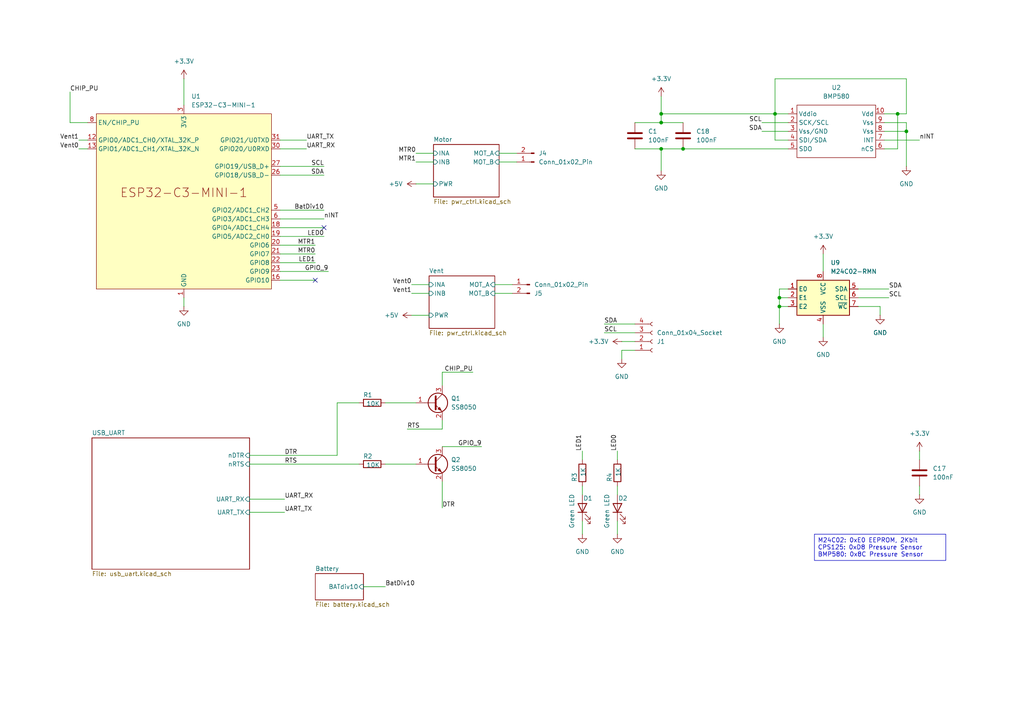
<source format=kicad_sch>
(kicad_sch (version 20250114) (generator "eeschema") (generator_version "9.0")
  (paper "A4")
  (lib_symbols
    (symbol "Connector:Conn_01x02_Pin" (pin_names (offset 1.016) (hide yes))
      (property "Reference" "J" (at 0 2.54 0))
      (property "Value" "Conn_01x02_Pin" (at 0 -5.08 0))
      (symbol "Conn_01x02_Pin_1_1"
        (rectangle (start 0.8636 0.127) (end 0 -0.127) (stroke (width 0.1524)) (fill (type outline)))
        (rectangle (start 0.8636 -2.413) (end 0 -2.667) (stroke (width 0.1524)) (fill (type outline)))
        (polyline (pts (xy 1.27 0) (xy 0.8636 0)) (stroke (width 0.1524)))
        (polyline (pts (xy 1.27 -2.54) (xy 0.8636 -2.54)) (stroke (width 0.1524)))
        (pin passive line (at 5.08 0 180) (length 3.81) (name "Pin_1") (number "1"))
        (pin passive line (at 5.08 -2.54 180) (length 3.81) (name "Pin_2") (number "2"))
      )
    )
    (symbol "Connector:Conn_01x04_Socket" (pin_names (offset 1.016) (hide yes))
      (property "Reference" "J" (at 0 5.08 0))
      (property "Value" "Conn_01x04_Socket" (at 0 -7.62 0))
      (symbol "Conn_01x04_Socket_1_1"
        (polyline (pts (xy -1.27 2.54) (xy -0.508 2.54)) (stroke (width 0.1524)))
        (polyline (pts (xy -1.27 0) (xy -0.508 0)) (stroke (width 0.1524)))
        (polyline (pts (xy -1.27 -2.54) (xy -0.508 -2.54)) (stroke (width 0.1524)))
        (polyline (pts (xy -1.27 -5.08) (xy -0.508 -5.08)) (stroke (width 0.1524)))
        (arc (start 0 2.032) (mid -0.5058 2.54) (end 0 3.048) (stroke (width 0.1524)))
        (arc (start 0 -0.508) (mid -0.5058 0) (end 0 0.508) (stroke (width 0.1524)))
        (arc (start 0 -3.048) (mid -0.5058 -2.54) (end 0 -2.032) (stroke (width 0.1524)))
        (arc (start 0 -5.588) (mid -0.5058 -5.08) (end 0 -4.572) (stroke (width 0.1524)))
        (pin passive line (at -5.08 2.54 0) (length 3.81) (name "Pin_1") (number "1"))
        (pin passive line (at -5.08 0 0) (length 3.81) (name "Pin_2") (number "2"))
        (pin passive line (at -5.08 -2.54 0) (length 3.81) (name "Pin_3") (number "3"))
        (pin passive line (at -5.08 -5.08 0) (length 3.81) (name "Pin_4") (number "4"))
      )
    )
    (symbol "Device:C" (pin_numbers (hide yes)) (pin_names (offset 0.254))
      (property "Reference" "C" (at 0.635 2.54 0))
      (property "Value" "C" (at 0.635 -2.54 0))
      (symbol "C_0_1"
        (polyline (pts (xy -2.032 0.762) (xy 2.032 0.762)) (stroke (width 0.508)))
        (polyline (pts (xy -2.032 -0.762) (xy 2.032 -0.762)) (stroke (width 0.508)))
      )
      (symbol "C_1_1"
        (pin passive line (at 0 3.81 270) (length 2.794) (name "~") (number "1"))
        (pin passive line (at 0 -3.81 90) (length 2.794) (name "~") (number "2"))
      )
    )
    (symbol "Device:LED" (pin_numbers (hide yes)) (pin_names (offset 1.016) (hide yes))
      (property "Reference" "D" (at 0 2.54 0))
      (property "Value" "LED" (at 0 -2.54 0))
      (symbol "LED_0_1"
        (polyline (pts (xy -3.048 -0.762) (xy -4.572 -2.286) (xy -3.81 -2.286) (xy -4.572 -2.286) (xy -4.572 -1.524)))
        (polyline (pts (xy -1.778 -0.762) (xy -3.302 -2.286) (xy -2.54 -2.286) (xy -3.302 -2.286) (xy -3.302 -1.524)))
        (polyline (pts (xy -1.27 0) (xy 1.27 0)))
        (polyline (pts (xy -1.27 -1.27) (xy -1.27 1.27)) (stroke (width 0.254)))
        (polyline (pts (xy 1.27 -1.27) (xy 1.27 1.27) (xy -1.27 0) (xy 1.27 -1.27)) (stroke (width 0.254)))
      )
      (symbol "LED_1_1"
        (pin passive line (at -3.81 0 0) (length 2.54) (name "K") (number "1"))
        (pin passive line (at 3.81 0 180) (length 2.54) (name "A") (number "2"))
      )
    )
    (symbol "Device:R" (pin_numbers (hide yes)) (pin_names (offset 0))
      (property "Reference" "R" (at 2.032 0 90))
      (property "Value" "R" (at 0 0 90))
      (symbol "R_0_1"
        (rectangle (start -1.016 -2.54) (end 1.016 2.54) (stroke (width 0.254)))
      )
      (symbol "R_1_1"
        (pin passive line (at 0 3.81 270) (length 1.27) (name "~") (number "1"))
        (pin passive line (at 0 -3.81 90) (length 1.27) (name "~") (number "2"))
      )
    )
    (symbol "Memory_EEPROM:M24C02-RMN"
      (property "Reference" "U" (at -6.35 6.35 0))
      (property "Value" "M24C02-RMN" (at 7.62 6.35 0))
      (symbol "M24C02-RMN_0_1"
        (rectangle (start -7.62 5.08) (end 7.62 -5.08) (stroke (width 0.254)) (fill (type background)))
      )
      (symbol "M24C02-RMN_1_1"
        (pin input line (at -10.16 2.54 0) (length 2.54) (name "E0") (number "1"))
        (pin input line (at -10.16 0 0) (length 2.54) (name "E1") (number "2"))
        (pin input line (at -10.16 -2.54 0) (length 2.54) (name "E2") (number "3"))
        (pin power_in line (at 0 7.62 270) (length 2.54) (name "VCC") (number "8"))
        (pin power_in line (at 0 -7.62 90) (length 2.54) (name "VSS") (number "4"))
        (pin bidirectional line (at 10.16 2.54 180) (length 2.54) (name "SDA") (number "5"))
        (pin input line (at 10.16 0 180) (length 2.54) (name "SCL") (number "6"))
        (pin input line (at 10.16 -2.54 180) (length 2.54) (name "~{WC}") (number "7"))
      )
    )
    (symbol "PCM_Espressif:ESP32-C3-MINI-1"
      (property "Reference" "U" (at -25.4 30.48 0))
      (property "Value" "ESP32-C3-MINI-1" (at -25.4 27.94 0))
      (symbol "ESP32-C3-MINI-1_0_0"
        (text "ESP32-C3-MINI-1" (at 0 2.54 0) (effects (font (size 2.54 2.54))))
      )
      (symbol "ESP32-C3-MINI-1_0_1"
        (rectangle (start -25.4 25.4) (end 25.4 -25.4) (fill (type background)))
      )
      (symbol "ESP32-C3-MINI-1_1_1"
        (pin input line (at -27.94 22.86 0) (length 2.54) (name "EN/CHIP_PU") (number "8"))
        (pin bidirectional line (at -27.94 17.78 0) (length 2.54) (name "GPIO0/ADC1_CH0/XTAL_32K_P") (number "12"))
        (pin bidirectional line (at -27.94 15.24 0) (length 2.54) (name "GPIO1/ADC1_CH1/XTAL_32K_N") (number "13"))
        (pin no_connect line (at -25.4 10.16 0) (length 2.54) (hide yes) (name "NC") (number "4"))
        (pin no_connect line (at -25.4 7.62 0) (length 2.54) (hide yes) (name "NC") (number "7"))
        (pin no_connect line (at -25.4 5.08 0) (length 2.54) (hide yes) (name "NC") (number "9"))
        (pin no_connect line (at -25.4 2.54 0) (length 2.54) (hide yes) (name "NC") (number "10"))
        (pin no_connect line (at -25.4 0 0) (length 2.54) (hide yes) (name "NC") (number "15"))
        (pin no_connect line (at -25.4 -2.54 0) (length 2.54) (hide yes) (name "NC") (number "17"))
        (pin no_connect line (at -25.4 -5.08 0) (length 2.54) (hide yes) (name "NC") (number "24"))
        (pin no_connect line (at -25.4 -7.62 0) (length 2.54) (hide yes) (name "NC") (number "25"))
        (pin no_connect line (at -25.4 -10.16 0) (length 2.54) (hide yes) (name "NC") (number "28"))
        (pin no_connect line (at -25.4 -12.7 0) (length 2.54) (hide yes) (name "NC") (number "29"))
        (pin no_connect line (at -25.4 -15.24 0) (length 2.54) (hide yes) (name "NC") (number "32"))
        (pin no_connect line (at -25.4 -17.78 0) (length 2.54) (hide yes) (name "NC") (number "33"))
        (pin no_connect line (at -25.4 -20.32 0) (length 2.54) (hide yes) (name "NC") (number "34"))
        (pin no_connect line (at -25.4 -22.86 0) (length 2.54) (hide yes) (name "NC") (number "35"))
        (pin power_in line (at 0 27.94 270) (length 2.54) (name "3V3") (number "3"))
        (pin power_in line (at 0 -27.94 90) (length 2.54) (name "GND") (number "1"))
        (pin passive line (at 0 -27.94 90) (length 2.54) (hide yes) (name "GND") (number "11"))
        (pin passive line (at 0 -27.94 90) (length 2.54) (hide yes) (name "GND") (number "14"))
        (pin passive line (at 0 -27.94 90) (length 2.54) (hide yes) (name "GND") (number "2"))
        (pin passive line (at 0 -27.94 90) (length 2.54) (hide yes) (name "GND") (number "36"))
        (pin passive line (at 0 -27.94 90) (length 2.54) (hide yes) (name "GND") (number "37"))
        (pin passive line (at 0 -27.94 90) (length 2.54) (hide yes) (name "GND") (number "38"))
        (pin passive line (at 0 -27.94 90) (length 2.54) (hide yes) (name "GND") (number "39"))
        (pin passive line (at 0 -27.94 90) (length 2.54) (hide yes) (name "GND") (number "40"))
        (pin passive line (at 0 -27.94 90) (length 2.54) (hide yes) (name "GND") (number "41"))
        (pin passive line (at 0 -27.94 90) (length 2.54) (hide yes) (name "GND") (number "42"))
        (pin passive line (at 0 -27.94 90) (length 2.54) (hide yes) (name "GND") (number "43"))
        (pin passive line (at 0 -27.94 90) (length 2.54) (hide yes) (name "GND") (number "44"))
        (pin passive line (at 0 -27.94 90) (length 2.54) (hide yes) (name "GND") (number "45"))
        (pin passive line (at 0 -27.94 90) (length 2.54) (hide yes) (name "GND") (number "46"))
        (pin passive line (at 0 -27.94 90) (length 2.54) (hide yes) (name "GND") (number "47"))
        (pin passive line (at 0 -27.94 90) (length 2.54) (hide yes) (name "GND") (number "48"))
        (pin passive line (at 0 -27.94 90) (length 2.54) (hide yes) (name "GND") (number "49"))
        (pin passive line (at 0 -27.94 90) (length 2.54) (hide yes) (name "GND") (number "50"))
        (pin passive line (at 0 -27.94 90) (length 2.54) (hide yes) (name "GND") (number "51"))
        (pin passive line (at 0 -27.94 90) (length 2.54) (hide yes) (name "GND") (number "52"))
        (pin passive line (at 0 -27.94 90) (length 2.54) (hide yes) (name "GND") (number "53"))
        (pin bidirectional line (at 27.94 17.78 180) (length 2.54) (name "GPIO21/U0TXD") (number "31"))
        (pin bidirectional line (at 27.94 15.24 180) (length 2.54) (name "GPIO20/U0RXD") (number "30"))
        (pin bidirectional line (at 27.94 10.16 180) (length 2.54) (name "GPIO19/USB_D+") (number "27"))
        (pin bidirectional line (at 27.94 7.62 180) (length 2.54) (name "GPIO18/USB_D-") (number "26"))
        (pin bidirectional line (at 27.94 -2.54 180) (length 2.54) (name "GPIO2/ADC1_CH2") (number "5"))
        (pin bidirectional line (at 27.94 -5.08 180) (length 2.54) (name "GPIO3/ADC1_CH3") (number "6"))
        (pin bidirectional line (at 27.94 -7.62 180) (length 2.54) (name "GPIO4/ADC1_CH4") (number "18"))
        (pin bidirectional line (at 27.94 -10.16 180) (length 2.54) (name "GPIO5/ADC2_CH0") (number "19"))
        (pin bidirectional line (at 27.94 -12.7 180) (length 2.54) (name "GPIO6") (number "20"))
        (pin bidirectional line (at 27.94 -15.24 180) (length 2.54) (name "GPIO7") (number "21"))
        (pin bidirectional line (at 27.94 -17.78 180) (length 2.54) (name "GPIO8") (number "22"))
        (pin bidirectional line (at 27.94 -20.32 180) (length 2.54) (name "GPIO9") (number "23"))
        (pin bidirectional line (at 27.94 -22.86 180) (length 2.54) (name "GPIO10") (number "16"))
      )
    )
    (symbol "Transistor_BJT:SS8050" (pin_names (offset 0) (hide yes))
      (property "Reference" "Q" (at 5.08 1.905 0))
      (property "Value" "SS8050" (at 5.08 0 0))
      (symbol "SS8050_0_1"
        (polyline (pts (xy -2.54 0) (xy 0.635 0)))
        (polyline (pts (xy 0.635 1.905) (xy 0.635 -1.905)) (stroke (width 0.508)))
        (circle (center 1.27 0) (radius 2.8194) (stroke (width 0.254)))
      )
      (symbol "SS8050_1_1"
        (polyline (pts (xy 0.635 0.635) (xy 2.54 2.54)))
        (polyline (pts (xy 0.635 -0.635) (xy 2.54 -2.54)))
        (polyline (pts (xy 1.27 -1.778) (xy 1.778 -1.27) (xy 2.286 -2.286) (xy 1.27 -1.778)) (fill (type outline)))
        (pin input line (at -5.08 0 0) (length 2.54) (name "B") (number "1"))
        (pin passive line (at 2.54 5.08 270) (length 2.54) (name "C") (number "3"))
        (pin passive line (at 2.54 -5.08 90) (length 2.54) (name "E") (number "2"))
      )
    )
    (symbol "local:BMP580"
      (property "Reference" "U2" (at 0 12.7 0))
      (property "Value" "BMP580" (at 0 10.16 0))
      (symbol "BMP580_0_1"
        (rectangle (start -11.43 7.62) (end 11.43 -7.62))
      )
      (symbol "BMP580_1_1"
        (pin power_in line (at -13.97 5.08 0) (length 2.54) (name "Vddio") (number "1"))
        (pin input line (at -13.97 2.54 0) (length 2.54) (name "SCK/SCL") (number "2"))
        (pin power_in line (at -13.97 0 0) (length 2.54) (name "Vss/GND") (number "3"))
        (pin bidirectional line (at -13.97 -2.54 0) (length 2.54) (name "SDI/SDA") (number "4"))
        (pin bidirectional line (at -13.97 -5.08 0) (length 2.54) (name "SDO") (number "5"))
        (pin power_in line (at 13.97 5.08 180) (length 2.54) (name "Vdd") (number "10"))
        (pin power_in line (at 13.97 2.54 180) (length 2.54) (name "Vss") (number "9"))
        (pin power_in line (at 13.97 0 180) (length 2.54) (name "Vss") (number "8"))
        (pin output line (at 13.97 -2.54 180) (length 2.54) (name "INT") (number "7"))
        (pin input line (at 13.97 -5.08 180) (length 2.54) (name "nCS") (number "6"))
      )
    )
    (symbol "power:+3.3V" (power) (pin_numbers (hide yes)) (pin_names (offset 0) (hide yes))
      (property "Value" "+3.3V" (at 0 3.556 0))
      (symbol "+3.3V_0_1"
        (polyline (pts (xy -0.762 1.27) (xy 0 2.54)))
        (polyline (pts (xy 0 2.54) (xy 0.762 1.27)))
        (polyline (pts (xy 0 0) (xy 0 2.54)))
      )
      (symbol "+3.3V_1_1"
        (pin power_in line (at 0 0 90) (length 0) (name "~") (number "1"))
      )
    )
    (symbol "power:+5V" (power) (pin_numbers (hide yes)) (pin_names (offset 0) (hide yes))
      (property "Value" "+5V" (at 0 3.556 0))
      (symbol "+5V_0_1"
        (polyline (pts (xy -0.762 1.27) (xy 0 2.54)))
        (polyline (pts (xy 0 2.54) (xy 0.762 1.27)))
        (polyline (pts (xy 0 0) (xy 0 2.54)))
      )
      (symbol "+5V_1_1"
        (pin power_in line (at 0 0 90) (length 0) (name "~") (number "1"))
      )
    )
    (symbol "power:GND" (power) (pin_numbers (hide yes)) (pin_names (offset 0) (hide yes))
      (property "Value" "GND" (at 0 -3.81 0))
      (symbol "GND_0_1"
        (polyline (pts (xy 0 0) (xy 0 -1.27) (xy 1.27 -1.27) (xy 0 -2.54) (xy -1.27 -1.27) (xy 0 -1.27)))
      )
      (symbol "GND_1_1"
        (pin power_in line (at 0 0 270) (length 0) (name "~") (number "1"))
      )
    )
  )
  (text_box "M24C02: 0xE0 EEPROM, 2Kbit\nCPS125: 0xD8 Pressure Sensor\nBMP580: 0x8C Pressure Sensor" (at 236.22 154.94 0) (size 38.1 7.62) (margins 0.9525 0.9525 0.9525 0.9525) (effects (font (size 1.27 1.27)) (justify left top)))
  (junction (at 224.79 33.02))
  (junction (at 226.06 88.9))
  (junction (at 260.35 33.02))
  (junction (at 198.12 43.18))
  (junction (at 191.77 43.18))
  (junction (at 191.77 33.02))
  (junction (at 191.77 35.56))
  (junction (at 226.06 86.36))
  (junction (at 262.89 38.1))
  (no_connect (at 93.98 66.04))
  (no_connect (at 91.44 81.28))
  (wire (pts (xy 81.28 81.28) (xy 91.44 81.28)))
  (wire (pts (xy 120.65 53.34) (xy 125.73 53.34)))
  (wire (pts (xy 22.86 40.64) (xy 25.4 40.64)))
  (wire (pts (xy 248.92 86.36) (xy 257.81 86.36)))
  (wire (pts (xy 81.28 68.58) (xy 93.98 68.58)))
  (wire (pts (xy 25.4 35.56) (xy 20.32 35.56)))
  (wire (pts (xy 97.79 132.08) (xy 97.79 116.84)))
  (wire (pts (xy 72.39 132.08) (xy 97.79 132.08)))
  (wire (pts (xy 228.6 40.64) (xy 224.79 40.64)))
  (wire (pts (xy 22.86 43.18) (xy 25.4 43.18)))
  (wire (pts (xy 143.51 85.09) (xy 148.59 85.09)))
  (wire (pts (xy 105.41 170.18) (xy 111.76 170.18)))
  (wire (pts (xy 179.07 151.13) (xy 179.07 154.94)))
  (wire (pts (xy 81.28 63.5) (xy 93.98 63.5)))
  (wire (pts (xy 81.28 76.2) (xy 91.44 76.2)))
  (wire (pts (xy 198.12 43.18) (xy 228.6 43.18)))
  (wire (pts (xy 81.28 50.8) (xy 93.98 50.8)))
  (wire (pts (xy 175.26 93.98) (xy 184.15 93.98)))
  (wire (pts (xy 72.39 144.78) (xy 82.55 144.78)))
  (wire (pts (xy 224.79 22.86) (xy 224.79 33.02)))
  (wire (pts (xy 226.06 83.82) (xy 226.06 86.36)))
  (wire (pts (xy 175.26 96.52) (xy 184.15 96.52)))
  (wire (pts (xy 120.65 46.99) (xy 125.73 46.99)))
  (wire (pts (xy 262.89 33.02) (xy 262.89 22.86)))
  (wire (pts (xy 248.92 88.9) (xy 255.27 88.9)))
  (wire (pts (xy 81.28 60.96) (xy 93.98 60.96)))
  (wire (pts (xy 256.54 33.02) (xy 260.35 33.02)))
  (wire (pts (xy 184.15 43.18) (xy 191.77 43.18)))
  (wire (pts (xy 238.76 73.66) (xy 238.76 78.74)))
  (wire (pts (xy 260.35 33.02) (xy 262.89 33.02)))
  (wire (pts (xy 81.28 40.64) (xy 88.9 40.64)))
  (wire (pts (xy 228.6 83.82) (xy 226.06 83.82)))
  (wire (pts (xy 119.38 91.44) (xy 124.46 91.44)))
  (wire (pts (xy 262.89 38.1) (xy 262.89 48.26)))
  (wire (pts (xy 128.27 107.95) (xy 137.16 107.95)))
  (wire (pts (xy 120.65 44.45) (xy 125.73 44.45)))
  (wire (pts (xy 226.06 88.9) (xy 226.06 93.98)))
  (wire (pts (xy 262.89 22.86) (xy 224.79 22.86)))
  (wire (pts (xy 53.34 22.86) (xy 53.34 30.48)))
  (wire (pts (xy 168.91 151.13) (xy 168.91 154.94)))
  (wire (pts (xy 180.34 104.14) (xy 180.34 101.6)))
  (wire (pts (xy 128.27 139.7) (xy 128.27 147.32)))
  (wire (pts (xy 143.51 82.55) (xy 148.59 82.55)))
  (wire (pts (xy 119.38 85.09) (xy 124.46 85.09)))
  (wire (pts (xy 191.77 33.02) (xy 191.77 35.56)))
  (wire (pts (xy 256.54 35.56) (xy 262.89 35.56)))
  (wire (pts (xy 180.34 99.06) (xy 184.15 99.06)))
  (wire (pts (xy 179.07 130.81) (xy 179.07 133.35)))
  (wire (pts (xy 168.91 140.97) (xy 168.91 143.51)))
  (wire (pts (xy 256.54 40.64) (xy 266.7 40.64)))
  (wire (pts (xy 238.76 93.98) (xy 238.76 97.79)))
  (wire (pts (xy 81.28 66.04) (xy 93.98 66.04)))
  (wire (pts (xy 144.78 46.99) (xy 149.86 46.99)))
  (wire (pts (xy 226.06 88.9) (xy 228.6 88.9)))
  (wire (pts (xy 184.15 35.56) (xy 191.77 35.56)))
  (wire (pts (xy 97.79 116.84) (xy 104.14 116.84)))
  (wire (pts (xy 191.77 27.94) (xy 191.77 33.02)))
  (wire (pts (xy 168.91 130.81) (xy 168.91 133.35)))
  (wire (pts (xy 248.92 83.82) (xy 257.81 83.82)))
  (wire (pts (xy 260.35 43.18) (xy 260.35 33.02)))
  (wire (pts (xy 256.54 38.1) (xy 262.89 38.1)))
  (wire (pts (xy 144.78 44.45) (xy 149.86 44.45)))
  (wire (pts (xy 111.76 116.84) (xy 120.65 116.84)))
  (wire (pts (xy 81.28 71.12) (xy 91.44 71.12)))
  (wire (pts (xy 191.77 33.02) (xy 224.79 33.02)))
  (wire (pts (xy 266.7 140.97) (xy 266.7 143.51)))
  (wire (pts (xy 256.54 43.18) (xy 260.35 43.18)))
  (wire (pts (xy 191.77 43.18) (xy 198.12 43.18)))
  (wire (pts (xy 191.77 43.18) (xy 191.77 49.53)))
  (wire (pts (xy 226.06 86.36) (xy 228.6 86.36)))
  (wire (pts (xy 226.06 86.36) (xy 226.06 88.9)))
  (wire (pts (xy 266.7 130.81) (xy 266.7 133.35)))
  (wire (pts (xy 128.27 111.76) (xy 128.27 107.95)))
  (wire (pts (xy 20.32 26.67) (xy 20.32 35.56)))
  (wire (pts (xy 119.38 82.55) (xy 124.46 82.55)))
  (wire (pts (xy 228.6 35.56) (xy 220.98 35.56)))
  (wire (pts (xy 81.28 43.18) (xy 88.9 43.18)))
  (wire (pts (xy 191.77 35.56) (xy 198.12 35.56)))
  (wire (pts (xy 72.39 148.59) (xy 82.55 148.59)))
  (wire (pts (xy 81.28 78.74) (xy 95.25 78.74)))
  (wire (pts (xy 228.6 38.1) (xy 220.98 38.1)))
  (wire (pts (xy 72.39 134.62) (xy 104.14 134.62)))
  (wire (pts (xy 81.28 73.66) (xy 91.44 73.66)))
  (wire (pts (xy 53.34 86.36) (xy 53.34 88.9)))
  (wire (pts (xy 255.27 88.9) (xy 255.27 91.44)))
  (wire (pts (xy 111.76 134.62) (xy 120.65 134.62)))
  (wire (pts (xy 179.07 140.97) (xy 179.07 143.51)))
  (wire (pts (xy 118.11 124.46) (xy 128.27 124.46)))
  (wire (pts (xy 81.28 48.26) (xy 93.98 48.26)))
  (wire (pts (xy 224.79 33.02) (xy 224.79 40.64)))
  (wire (pts (xy 262.89 35.56) (xy 262.89 38.1)))
  (wire (pts (xy 224.79 33.02) (xy 228.6 33.02)))
  (wire (pts (xy 184.15 101.6) (xy 180.34 101.6)))
  (wire (pts (xy 128.27 121.92) (xy 128.27 124.46)))
  (wire (pts (xy 128.27 129.54) (xy 139.7 129.54)))
  (label "RTS" (at 118.11 124.46 0))
  (label "SDA" (at 93.98 50.8 180))
  (label "UART_TX" (at 88.9 40.64 0))
  (label "SCL" (at 93.98 48.26 180))
  (label "UART_RX" (at 88.9 43.18 0))
  (label "RTS" (at 82.55 134.62 0))
  (label "CHIP_PU" (at 20.32 26.67 0))
  (label "MTR0" (at 91.44 73.66 180))
  (label "SCL" (at 257.81 86.36 0))
  (label "DTR" (at 82.55 132.08 0))
  (label "MTR1" (at 120.65 46.99 180))
  (label "CHIP_PU" (at 137.16 107.95 180))
  (label "SCL" (at 220.98 35.56 180))
  (label "SDA" (at 220.98 38.1 180))
  (label "GPIO_9" (at 139.7 129.54 180))
  (label "MTR1" (at 91.44 71.12 180))
  (label "SDA" (at 175.26 93.98 0))
  (label "nINT" (at 266.7 40.64 0))
  (label "LED0" (at 93.98 68.58 180))
  (label "UART_RX" (at 82.55 144.78 0))
  (label "SDA" (at 257.81 83.82 0))
  (label "UART_TX" (at 82.55 148.59 0))
  (label "Vent0" (at 119.38 82.55 180))
  (label "Vent0" (at 22.86 43.18 180))
  (label "GPIO_9" (at 95.25 78.74 180))
  (label "LED1" (at 91.44 76.2 180))
  (label "BatDiv10" (at 111.76 170.18 0))
  (label "Vent1" (at 22.86 40.64 180))
  (label "LED1" (at 168.91 130.81 90))
  (label "Vent1" (at 119.38 85.09 180))
  (label "nINT" (at 93.98 63.5 0))
  (label "SCL" (at 175.26 96.52 0))
  (label "BatDiv10" (at 93.98 60.96 180))
  (label "MTR0" (at 120.65 44.45 180))
  (label "DTR" (at 128.27 147.32 0))
  (label "LED0" (at 179.07 130.81 90))
  (symbol (lib_id "Device:C") (at 266.7 137.16 0) (unit 1)
    (property "Reference" "C17" (at 270.51 135.8899 0) (effects (justify left)))
    (property "Value" "100nF" (at 270.51 138.4299 0) (effects (justify left)))
    (property "Footprint" "Capacitor_SMD:C_0402_1005Metric" (effects (hide yes)))
    (property "Description" "Unpolarized capacitor" (effects (hide yes)))
    (property "LCSC" "C1525" (effects (hide yes)))
  )
  (symbol (lib_id "Device:R") (at 107.95 116.84 90) (unit 1)
    (property "Reference" "R1" (at 106.68 114.554 90))
    (property "Value" "10K" (at 108.204 117.094 90))
    (property "Footprint" "Resistor_SMD:R_0402_1005Metric" (effects (hide yes)))
    (property "Description" "Resistor" (effects (hide yes)))
  )
  (symbol (lib_id "power:GND") (at 255.27 91.44 0) (mirror y) (unit 1)
    (property "Reference" "#PWR047" (effects (hide yes)))
    (property "Value" "GND" (at 255.27 96.52 0))
    (property "Description" "Power symbol creates a global label with name \"GND\" , ground" (effects (hide yes)))
  )
  (symbol (lib_id "Device:R") (at 107.95 134.62 90) (unit 1)
    (property "Reference" "R2" (at 106.68 132.334 90))
    (property "Value" "10K" (at 108.204 134.874 90))
    (property "Footprint" "Resistor_SMD:R_0402_1005Metric" (effects (hide yes)))
    (property "Description" "Resistor" (effects (hide yes)))
  )
  (symbol (lib_id "Device:R") (at 179.07 137.16 180) (unit 1)
    (property "Reference" "R4" (at 176.784 138.43 90))
    (property "Value" "1K" (at 179.324 136.906 90))
    (property "Footprint" "Resistor_SMD:R_0402_1005Metric" (effects (hide yes)))
    (property "Description" "Resistor" (effects (hide yes)))
  )
  (symbol (lib_id "Device:C") (at 184.15 39.37 0) (unit 1)
    (property "Reference" "C1" (at 187.96 38.0999 0) (effects (justify left)))
    (property "Value" "100nF" (at 187.96 40.6399 0) (effects (justify left)))
    (property "Footprint" "Capacitor_SMD:C_0402_1005Metric" (effects (hide yes)))
    (property "Description" "Unpolarized capacitor" (effects (hide yes)))
    (property "LCSC" "C1525" (effects (hide yes)))
  )
  (symbol (lib_id "power:GND") (at 191.77 49.53 0) (unit 1)
    (property "Reference" "#PWR012" (effects (hide yes)))
    (property "Value" "GND" (at 191.77 54.61 0))
    (property "Description" "Power symbol creates a global label with name \"GND\" , ground" (effects (hide yes)))
  )
  (symbol (lib_id "power:GND") (at 180.34 104.14 0) (mirror y) (unit 1)
    (property "Reference" "#PWR07" (effects (hide yes)))
    (property "Value" "GND" (at 180.34 109.22 0))
    (property "Description" "Power symbol creates a global label with name \"GND\" , ground" (effects (hide yes)))
  )
  (symbol (lib_id "power:+5V") (at 120.65 53.34 90) (unit 1)
    (property "Reference" "#PWR03" (effects (hide yes)))
    (property "Value" "+5V" (at 116.84 53.3399 90) (effects (justify left)))
    (property "Description" "Power symbol creates a global label with name \"+5V\"" (effects (hide yes)))
  )
  (symbol (lib_id "Device:LED") (at 179.07 147.32 90) (unit 1)
    (property "Reference" "D2" (at 179.324 144.526 90) (effects (justify right)))
    (property "Value" "Green LED" (at 176.022 143.256 0) (effects (justify right)))
    (property "Footprint" "LED_SMD:LED_0402_1005Metric" (effects (hide yes)))
    (property "Description" "Light emitting diode" (effects (hide yes)))
    (property "Sim.Pins" "1=K 2=A" (effects (hide yes)))
    (property "LCSC" "C434446" (effects (hide yes)))
  )
  (symbol (lib_id "power:GND") (at 53.34 88.9 0) (unit 1)
    (property "Reference" "#PWR02" (effects (hide yes)))
    (property "Value" "GND" (at 53.34 93.98 0))
    (property "Description" "Power symbol creates a global label with name \"GND\" , ground" (effects (hide yes)))
  )
  (symbol (lib_id "power:GND") (at 262.89 48.26 0) (mirror y) (unit 1)
    (property "Reference" "#PWR050" (effects (hide yes)))
    (property "Value" "GND" (at 262.89 53.34 0))
    (property "Description" "Power symbol creates a global label with name \"GND\" , ground" (effects (hide yes)))
  )
  (symbol (lib_id "power:GND") (at 179.07 154.94 0) (unit 1)
    (property "Reference" "#PWR05" (effects (hide yes)))
    (property "Value" "GND" (at 179.07 160.02 0))
    (property "Description" "Power symbol creates a global label with name \"GND\" , ground" (effects (hide yes)))
  )
  (symbol (lib_id "Device:LED") (at 168.91 147.32 90) (unit 1)
    (property "Reference" "D1" (at 169.164 144.526 90) (effects (justify right)))
    (property "Value" "Green LED" (at 165.862 143.256 0) (effects (justify right)))
    (property "Footprint" "LED_SMD:LED_0402_1005Metric" (effects (hide yes)))
    (property "Description" "Light emitting diode" (effects (hide yes)))
    (property "Sim.Pins" "1=K 2=A" (effects (hide yes)))
    (property "LCSC" "C434446" (effects (hide yes)))
  )
  (symbol (lib_id "power:GND") (at 226.06 93.98 0) (mirror y) (unit 1)
    (property "Reference" "#PWR046" (effects (hide yes)))
    (property "Value" "GND" (at 226.06 99.06 0))
    (property "Description" "Power symbol creates a global label with name \"GND\" , ground" (effects (hide yes)))
  )
  (symbol (lib_id "local:BMP580") (at 242.57 38.1 0) (unit 1)
    (property "Reference" "U2" (at 242.57 25.4 0))
    (property "Value" "BMP580" (at 242.57 27.94 0))
    (property "Footprint" "local:BMP580_FP" (effects (hide yes)))
    (property "LCSC" "C22391138" (effects (hide yes)))
  )
  (symbol (lib_id "power:GND") (at 238.76 97.79 0) (mirror y) (unit 1)
    (property "Reference" "#PWR045" (effects (hide yes)))
    (property "Value" "GND" (at 238.76 102.87 0))
    (property "Description" "Power symbol creates a global label with name \"GND\" , ground" (effects (hide yes)))
  )
  (symbol (lib_id "power:+3.3V") (at 180.34 99.06 90) (unit 1)
    (property "Reference" "#PWR06" (effects (hide yes)))
    (property "Value" "+3.3V" (at 176.53 99.0599 90) (effects (justify left)))
    (property "Description" "Power symbol creates a global label with name \"+3.3V\"" (effects (hide yes)))
  )
  (symbol (lib_id "power:+3.3V") (at 266.7 130.81 0) (unit 1)
    (property "Reference" "#PWR048" (effects (hide yes)))
    (property "Value" "+3.3V" (at 266.7 125.73 0))
    (property "Description" "Power symbol creates a global label with name \"+3.3V\"" (effects (hide yes)))
  )
  (symbol (lib_id "Connector:Conn_01x02_Pin") (at 154.94 46.99 180) (unit 1)
    (property "Reference" "J4" (at 156.21 44.4499 0) (effects (justify right)))
    (property "Value" "Conn_01x02_Pin" (at 156.21 46.9899 0) (effects (justify right)))
    (property "Footprint" "Connector_JST:JST_XH_S2B-XH-A-1_1x02_P2.50mm_Horizontal" (effects (hide yes)))
    (property "Description" "Generic connector, single row, 01x02, script generated" (effects (hide yes)))
  )
  (symbol (lib_id "Connector:Conn_01x04_Socket") (at 189.23 99.06 0) (mirror x) (unit 1)
    (property "Reference" "J1" (at 190.5 99.0601 0) (effects (justify left)))
    (property "Value" "Conn_01x04_Socket" (at 190.5 96.5201 0) (effects (justify left)))
    (property "Footprint" "Connector_PinSocket_2.54mm:PinSocket_1x04_P2.54mm_Vertical" (effects (hide yes)))
    (property "Description" "Generic connector, single row, 01x04, script generated" (effects (hide yes)))
  )
  (symbol (lib_id "Device:C") (at 198.12 39.37 0) (unit 1)
    (property "Reference" "C18" (at 201.93 38.0999 0) (effects (justify left)))
    (property "Value" "100nF" (at 201.93 40.6399 0) (effects (justify left)))
    (property "Footprint" "Capacitor_SMD:C_0402_1005Metric" (effects (hide yes)))
    (property "Description" "Unpolarized capacitor" (effects (hide yes)))
    (property "LCSC" "C1525" (effects (hide yes)))
  )
  (symbol (lib_id "power:+5V") (at 119.38 91.44 90) (unit 1)
    (property "Reference" "#PWR08" (effects (hide yes)))
    (property "Value" "+5V" (at 115.57 91.4399 90) (effects (justify left)))
    (property "Description" "Power symbol creates a global label with name \"+5V\"" (effects (hide yes)))
  )
  (symbol (lib_id "power:+3.3V") (at 191.77 27.94 0) (unit 1)
    (property "Reference" "#PWR011" (effects (hide yes)))
    (property "Value" "+3.3V" (at 191.77 22.86 0))
    (property "Description" "Power symbol creates a global label with name \"+3.3V\"" (effects (hide yes)))
  )
  (symbol (lib_id "Transistor_BJT:SS8050") (at 125.73 116.84 0) (unit 1)
    (property "Reference" "Q1" (at 130.81 115.5699 0) (effects (justify left)))
    (property "Value" "SS8050" (at 130.81 118.1099 0) (effects (justify left)))
    (property "Footprint" "Package_TO_SOT_SMD:SOT-23" (effects (hide yes)))
    (property "Datasheet" "http://www.secosgmbh.com/datasheet/products/SSMPTransistor/SOT-23/SS8050.pdf" (effects (hide yes)))
    (property "Description" "General Purpose NPN Transistor, 1.5A Ic, 25V Vce, SOT-23" (effects (hide yes)))
  )
  (symbol (lib_id "power:+3.3V") (at 238.76 73.66 0) (unit 1)
    (property "Reference" "#PWR09" (effects (hide yes)))
    (property "Value" "+3.3V" (at 238.76 68.58 0))
    (property "Description" "Power symbol creates a global label with name \"+3.3V\"" (effects (hide yes)))
  )
  (symbol (lib_id "power:GND") (at 168.91 154.94 0) (unit 1)
    (property "Reference" "#PWR04" (effects (hide yes)))
    (property "Value" "GND" (at 168.91 160.02 0))
    (property "Description" "Power symbol creates a global label with name \"GND\" , ground" (effects (hide yes)))
  )
  (symbol (lib_id "Memory_EEPROM:M24C02-RMN") (at 238.76 86.36 0) (unit 1)
    (property "Reference" "U9" (at 240.9033 76.2 0) (effects (justify left)))
    (property "Value" "M24C02-RMN" (at 240.9033 78.74 0) (effects (justify left)))
    (property "Footprint" "Package_SO:SOIC-8_3.9x4.9mm_P1.27mm" (effects (hide yes)))
    (property "Datasheet" "http://www.st.com/content/ccc/resource/technical/document/datasheet/b0/d8/50/40/5a/85/49/6f/DM00071904.pdf/files/DM00071904.pdf/jcr:content/translations/en.DM00071904.pdf" (effects (hide yes)))
    (property "Description" "2Kb (256x8) I2C Serial EEPROM, 1.8-5.5V, SOIC-8" (effects (hide yes)))
    (property "LCSC" "C83836" (effects (hide yes)))
  )
  (symbol (lib_id "Transistor_BJT:SS8050") (at 125.73 134.62 0) (unit 1)
    (property "Reference" "Q2" (at 130.81 133.3499 0) (effects (justify left)))
    (property "Value" "SS8050" (at 130.81 135.8899 0) (effects (justify left)))
    (property "Footprint" "Package_TO_SOT_SMD:SOT-23" (effects (hide yes)))
    (property "Datasheet" "http://www.secosgmbh.com/datasheet/products/SSMPTransistor/SOT-23/SS8050.pdf" (effects (hide yes)))
    (property "Description" "General Purpose NPN Transistor, 1.5A Ic, 25V Vce, SOT-23" (effects (hide yes)))
  )
  (symbol (lib_id "power:GND") (at 266.7 143.51 0) (unit 1)
    (property "Reference" "#PWR049" (effects (hide yes)))
    (property "Value" "GND" (at 266.7 148.59 0))
    (property "Description" "Power symbol creates a global label with name \"GND\" , ground" (effects (hide yes)))
  )
  (symbol (lib_id "power:+3.3V") (at 53.34 22.86 0) (unit 1)
    (property "Reference" "#PWR01" (effects (hide yes)))
    (property "Value" "+3.3V" (at 53.34 17.78 0))
    (property "Description" "Power symbol creates a global label with name \"+3.3V\"" (effects (hide yes)))
  )
  (symbol (lib_id "PCM_Espressif:ESP32-C3-MINI-1") (at 53.34 58.42 0) (unit 1)
    (property "Reference" "U1" (at 55.4833 27.94 0) (effects (justify left)))
    (property "Value" "ESP32-C3-MINI-1" (at 55.4833 30.48 0) (effects (justify left)))
    (property "Footprint" "PCM_Espressif:ESP32-C3-MINI-1" (effects (hide yes)))
    (property "Datasheet" "https://www.espressif.com/sites/default/files/documentation/esp32-c3-mini-1_datasheet_en.pdf" (effects (hide yes)))
    (property "Description" "ESP32-C3-MINI-1 family is an ultra-low-power MCU-based SoC solution that supports 2.4 GHz Wi-Fi and Bluetooth®Low Energy (Bluetooth LE)." (effects (hide yes)))
    (property "LCSC" "C2934569" (effects (hide yes)))
  )
  (symbol (lib_id "Device:R") (at 168.91 137.16 180) (unit 1)
    (property "Reference" "R3" (at 166.624 138.43 90))
    (property "Value" "1K" (at 169.164 136.906 90))
    (property "Footprint" "Resistor_SMD:R_0402_1005Metric" (effects (hide yes)))
    (property "Description" "Resistor" (effects (hide yes)))
  )
  (symbol (lib_id "Connector:Conn_01x02_Pin") (at 153.67 82.55 0) (mirror y) (unit 1)
    (property "Reference" "J5" (at 154.94 85.0901 0) (effects (justify right)))
    (property "Value" "Conn_01x02_Pin" (at 154.94 82.5501 0) (effects (justify right)))
    (property "Footprint" "Connector_JST:JST_XH_S2B-XH-A-1_1x02_P2.50mm_Horizontal" (effects (hide yes)))
    (property "Description" "Generic connector, single row, 01x02, script generated" (effects (hide yes)))
  )
  (sheet (at 124.46 80.01) (size 19.05 15.24) (stroke (width 0.1524))
    (property "Sheetname" "Vent" (at 124.46 79.2984 0) (effects (justify left bottom)))
    (property "Sheetfile" "pwr_ctrl.kicad_sch" (at 124.46 95.8346 0) (effects (justify left top)))
    (pin "INA" input (at 124.46 82.55 180))
    (pin "INB" input (at 124.46 85.09 180))
    (pin "MOT_A" input (at 143.51 82.55 0))
    (pin "MOT_B" input (at 143.51 85.09 0))
    (pin "PWR" input (at 124.46 91.44 180))
  )
  (sheet (at 91.44 166.37) (size 13.97 7.62) (stroke (width 0.1524))
    (property "Sheetname" "Battery" (at 91.44 165.6584 0) (effects (justify left bottom)))
    (property "Sheetfile" "battery.kicad_sch" (at 91.44 174.5746 0) (effects (justify left top)))
    (pin "BATdiv10" input (at 105.41 170.18 0))
  )
  (sheet (at 26.67 127) (size 45.72 38.1) (stroke (width 0.1524))
    (property "Sheetname" "USB_UART" (at 26.67 126.2884 0) (effects (justify left bottom)))
    (property "Sheetfile" "usb_uart.kicad_sch" (at 26.67 165.6846 0) (effects (justify left top)))
    (pin "nDTR" input (at 72.39 132.08 0))
    (pin "nRTS" input (at 72.39 134.62 0))
    (pin "UART_RX" input (at 72.39 144.78 0))
    (pin "UART_TX" input (at 72.39 148.59 0))
  )
  (sheet (at 125.73 41.91) (size 19.05 15.24) (stroke (width 0.1524))
    (property "Sheetname" "Motor" (at 125.73 41.1984 0) (effects (justify left bottom)))
    (property "Sheetfile" "pwr_ctrl.kicad_sch" (at 125.73 57.7346 0) (effects (justify left top)))
    (pin "INA" input (at 125.73 44.45 180))
    (pin "INB" input (at 125.73 46.99 180))
    (pin "MOT_A" input (at 144.78 44.45 0))
    (pin "MOT_B" input (at 144.78 46.99 0))
    (pin "PWR" input (at 125.73 53.34 180))
  )
)
</source>
